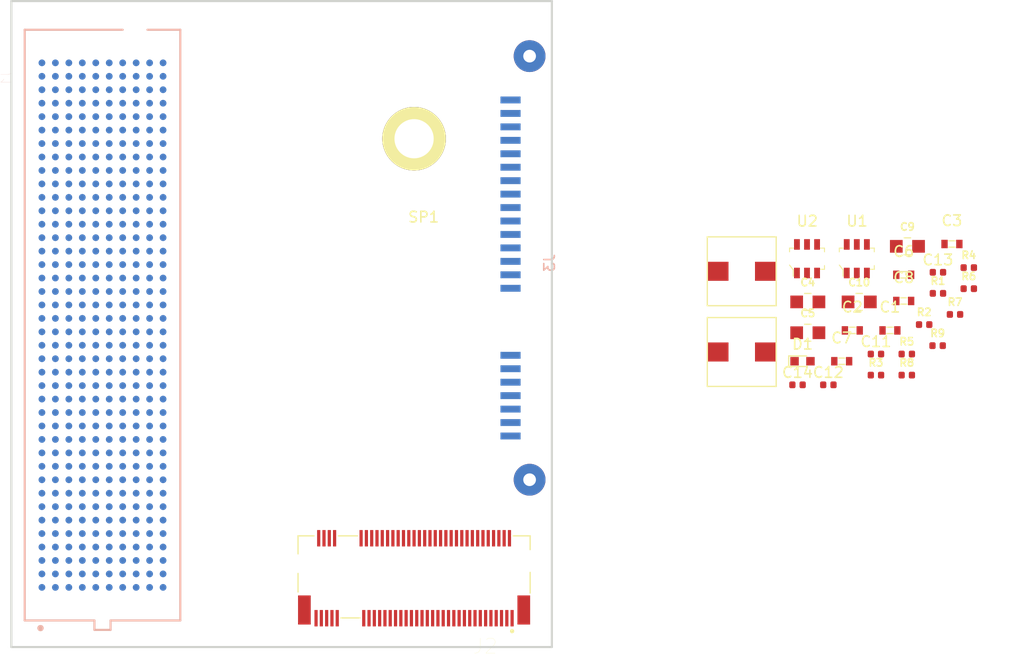
<source format=kicad_pcb>
(kicad_pcb (version 20171130) (host pcbnew 5.1.5+dfsg1-2~bpo10+1)
  (layers (0 F.Cu signal) (31 B.Cu signal) (34 B.Paste user) (35 F.Paste user) (36 B.SilkS user) (37 F.SilkS user) (38 B.Mask user) (39 F.Mask user) (44 Edge.Cuts user))
  (net 0 "")
  (net 1 +12V)
  (net 2 GND)
  (net 3 "Net-(C3-Pad1)")
  (net 4 "Net-(C3-Pad2)")
  (net 5 "Net-(C4-Pad1)")
  (net 6 "Net-(C8-Pad1)")
  (net 7 "Net-(C8-Pad2)")
  (net 8 "Net-(C10-Pad1)")
  (net 9 "Net-(C11-Pad2)")
  (net 10 SATA_A_P)
  (net 11 "Net-(C12-Pad2)")
  (net 12 SATA_B_N)
  (net 13 "Net-(C13-Pad2)")
  (net 14 SATA_A_N)
  (net 15 "Net-(C14-Pad2)")
  (net 16 SATA_B_P)
  (net 17 "Net-(D1-Pad2)")
  (net 18 "Net-(D1-Pad1)")
  (net 19 "Net-(J1-PadH40)")
  (net 20 "Net-(J1-PadG40)")
  (net 21 "Net-(J1-PadD40)")
  (net 22 "Net-(J1-PadG39)")
  (net 23 "Net-(J1-PadH38)")
  (net 24 "Net-(J1-PadD38)")
  (net 25 "Net-(J1-PadH37)")
  (net 26 "Net-(J1-PadG37)")
  (net 27 "Net-(J1-PadG36)")
  (net 28 "Net-(J1-PadD36)")
  (net 29 "Net-(J1-PadH35)")
  (net 30 "Net-(J1-PadH34)")
  (net 31 "Net-(J1-PadG34)")
  (net 32 "Net-(J1-PadD34)")
  (net 33 "Net-(J1-PadG33)")
  (net 34 "Net-(J1-PadD33)")
  (net 35 "Net-(J1-PadH32)")
  (net 36 "Net-(J1-PadD32)")
  (net 37 "Net-(J1-PadH31)")
  (net 38 "Net-(J1-PadG31)")
  (net 39 "Net-(J1-PadD31)")
  (net 40 "Net-(J1-PadC31)")
  (net 41 "Net-(J1-PadG30)")
  (net 42 "Net-(J1-PadD30)")
  (net 43 "Net-(J1-PadC30)")
  (net 44 "Net-(J1-PadH29)")
  (net 45 "Net-(J1-PadD29)")
  (net 46 "Net-(J1-PadH28)")
  (net 47 "Net-(J1-PadG28)")
  (net 48 "Net-(J1-PadG27)")
  (net 49 "Net-(J1-PadD27)")
  (net 50 "Net-(J1-PadC27)")
  (net 51 "Net-(J1-PadH26)")
  (net 52 "Net-(J1-PadD26)")
  (net 53 "Net-(J1-PadC26)")
  (net 54 "Net-(J1-PadH25)")
  (net 55 "Net-(J1-PadG25)")
  (net 56 "Net-(J1-PadG24)")
  (net 57 "Net-(J1-PadD24)")
  (net 58 "Net-(J1-PadH23)")
  (net 59 "Net-(J1-PadD23)")
  (net 60 "Net-(J1-PadC23)")
  (net 61 "Net-(J1-PadH22)")
  (net 62 "Net-(J1-PadG22)")
  (net 63 "Net-(J1-PadC22)")
  (net 64 "Net-(J1-PadG21)")
  (net 65 "Net-(J1-PadD21)")
  (net 66 "Net-(J1-PadH20)")
  (net 67 "Net-(J1-PadD20)")
  (net 68 "Net-(J1-PadH19)")
  (net 69 "Net-(J1-PadG19)")
  (net 70 "Net-(J1-PadC19)")
  (net 71 "Net-(J1-PadG18)")
  (net 72 "Net-(J1-PadD18)")
  (net 73 "Net-(J1-PadC18)")
  (net 74 "Net-(J1-PadH17)")
  (net 75 "Net-(J1-PadD17)")
  (net 76 "Net-(J1-PadH16)")
  (net 77 "Net-(J1-PadG16)")
  (net 78 "Net-(J1-PadG15)")
  (net 79 "Net-(J1-PadD15)")
  (net 80 "Net-(J1-PadC15)")
  (net 81 "Net-(J1-PadH14)")
  (net 82 "Net-(J1-PadD14)")
  (net 83 "Net-(J1-PadC14)")
  (net 84 "Net-(J1-PadH13)")
  (net 85 "Net-(J1-PadG13)")
  (net 86 "Net-(J1-PadG12)")
  (net 87 "Net-(J1-PadD12)")
  (net 88 "Net-(J1-PadH11)")
  (net 89 "Net-(J1-PadD11)")
  (net 90 "Net-(J1-PadC11)")
  (net 91 "Net-(J1-PadH10)")
  (net 92 "Net-(J1-PadG10)")
  (net 93 "Net-(J1-PadC10)")
  (net 94 "Net-(J1-PadG9)")
  (net 95 "Net-(J1-PadD9)")
  (net 96 "Net-(J1-PadH8)")
  (net 97 "Net-(J1-PadD8)")
  (net 98 "Net-(J1-PadH7)")
  (net 99 "Net-(J1-PadG7)")
  (net 100 "Net-(J1-PadG6)")
  (net 101 "Net-(J1-PadH5)")
  (net 102 SATA_CLK_N)
  (net 103 "Net-(J1-PadH4)")
  (net 104 SATA_CLK_P)
  (net 105 "Net-(J1-PadG3)")
  (net 106 "Net-(J1-PadH2)")
  (net 107 "Net-(J1-PadG2)")
  (net 108 "Net-(J1-PadH1)")
  (net 109 "Net-(J1-PadD1)")
  (net 110 "Net-(J2-Pad58)")
  (net 111 "Net-(J2-Pad56)")
  (net 112 "Net-(J2-Pad55)")
  (net 113 "Net-(J2-Pad54)")
  (net 114 "Net-(J2-Pad53)")
  (net 115 "Net-(J2-Pad52)")
  (net 116 "Net-(J2-Pad50)")
  (net 117 "Net-(J2-Pad48)")
  (net 118 "Net-(J2-Pad46)")
  (net 119 "Net-(J2-Pad44)")
  (net 120 "Net-(J2-Pad42)")
  (net 121 "Net-(J2-Pad40)")
  (net 122 "Net-(J2-Pad38)")
  (net 123 "Net-(J2-Pad37)")
  (net 124 "Net-(J2-Pad36)")
  (net 125 "Net-(J2-Pad35)")
  (net 126 "Net-(J2-Pad34)")
  (net 127 "Net-(J2-Pad32)")
  (net 128 "Net-(J2-Pad31)")
  (net 129 "Net-(J2-Pad30)")
  (net 130 "Net-(J2-Pad29)")
  (net 131 "Net-(J2-Pad28)")
  (net 132 "Net-(J2-Pad26)")
  (net 133 "Net-(J2-Pad25)")
  (net 134 "Net-(J2-Pad24)")
  (net 135 "Net-(J2-Pad23)")
  (net 136 "Net-(J2-Pad22)")
  (net 137 "Net-(J2-Pad20)")
  (net 138 "Net-(J2-Pad19)")
  (net 139 +3V3)
  (net 140 "Net-(J2-Pad17)")
  (net 141 "Net-(J2-Pad13)")
  (net 142 "Net-(J2-Pad69)")
  (net 143 "Net-(J2-Pad68)")
  (net 144 "Net-(J2-Pad67)")
  (net 145 "Net-(J2-Pad11)")
  (net 146 "Net-(J2-Pad8)")
  (net 147 "Net-(J2-Pad7)")
  (net 148 "Net-(J2-Pad5)")
  (net 149 "Net-(R1-Pad2)")
  (net 150 "Net-(R4-Pad2)")
  (net 151 +5V)
  (net 152 SATA_FLAG)
  (net 153 PWR_EN)
  (net 154 "Net-(J3-Pad13B)")
  (net 155 "Net-(J3-Pad11B)")
  (net 156 "Net-(J3-Pad7B)")
  (net 157 "Net-(J3-Pad1B)")
  (net 158 "Net-(J3-Pad6A)")
  (net 159 "Net-(J3-Pad5A)")
  (net 160 "Net-(J3-Pad3A)")
  (net 161 "Net-(J3-Pad2A)")
  (module antmicro-footprints:10034814-001LF (layer B.Cu) (at 120.9 72.2 270)
    (fp_text reference J3 (at -0.46 -1.88 270) (layer B.SilkS) (effects (justify mirror)))
    (fp_text value 10034814-001LF)
    (pad 15B smd rect (at -15.86 1.8 270) (size 0.65 1.9) (layers B.Cu B.Paste B.Mask) (net 154 "Net-(J3-Pad13B)"))
    (pad 14B smd rect (at -14.59 1.8 270) (size 0.65 1.9) (layers B.Cu B.Paste B.Mask) (net 154 "Net-(J3-Pad13B)"))
    (pad 13B smd rect (at -13.32 1.8 270) (size 0.65 1.9) (layers B.Cu B.Paste B.Mask) (net 154 "Net-(J3-Pad13B)"))
    (pad 12B smd rect (at -12.05 1.8 270) (size 0.65 1.9) (layers B.Cu B.Paste B.Mask) (net 2 GND))
    (pad 11B smd rect (at -10.78 1.8 270) (size 0.65 1.9) (layers B.Cu B.Paste B.Mask) (net 155 "Net-(J3-Pad11B)"))
    (pad 10B smd rect (at -9.51 1.8 270) (size 0.65 1.9) (layers B.Cu B.Paste B.Mask) (net 2 GND))
    (pad 9B smd rect (at -8.24 1.8 270) (size 0.65 1.9) (layers B.Cu B.Paste B.Mask) (net 156 "Net-(J3-Pad7B)"))
    (pad 8B smd rect (at -6.97 1.8 270) (size 0.65 1.9) (layers B.Cu B.Paste B.Mask) (net 156 "Net-(J3-Pad7B)"))
    (pad 7B smd rect (at -5.7 1.8 270) (size 0.65 1.9) (layers B.Cu B.Paste B.Mask) (net 156 "Net-(J3-Pad7B)"))
    (pad 6B smd rect (at -4.43 1.8 270) (size 0.65 1.9) (layers B.Cu B.Paste B.Mask) (net 2 GND))
    (pad 5B smd rect (at -3.16 1.8 270) (size 0.65 1.9) (layers B.Cu B.Paste B.Mask) (net 2 GND))
    (pad 4B smd rect (at -1.89 1.8 270) (size 0.65 1.9) (layers B.Cu B.Paste B.Mask) (net 2 GND))
    (pad 3B smd rect (at -0.62 1.8 270) (size 0.65 1.9) (layers B.Cu B.Paste B.Mask) (net 157 "Net-(J3-Pad1B)"))
    (pad 2B smd rect (at 0.65 1.8 270) (size 0.65 1.9) (layers B.Cu B.Paste B.Mask) (net 157 "Net-(J3-Pad1B)"))
    (pad 7A smd rect (at 8.25 1.8 270) (size 0.65 1.9) (layers B.Cu B.Paste B.Mask) (net 2 GND))
    (pad 6A smd rect (at 9.52 1.8 270) (size 0.65 1.9) (layers B.Cu B.Paste B.Mask) (net 158 "Net-(J3-Pad6A)"))
    (pad 5A smd rect (at 10.79 1.8 270) (size 0.65 1.9) (layers B.Cu B.Paste B.Mask) (net 159 "Net-(J3-Pad5A)"))
    (pad 4A smd rect (at 12.06 1.8 270) (size 0.65 1.9) (layers B.Cu B.Paste B.Mask) (net 2 GND))
    (pad 3A smd rect (at 13.33 1.8 270) (size 0.65 1.9) (layers B.Cu B.Paste B.Mask) (net 160 "Net-(J3-Pad3A)"))
    (pad 2A smd rect (at 14.6 1.8 270) (size 0.65 1.9) (layers B.Cu B.Paste B.Mask) (net 161 "Net-(J3-Pad2A)"))
    (pad 1A smd rect (at 15.87 1.8 270) (size 0.65 1.9) (layers B.Cu B.Paste B.Mask) (net 2 GND))
    (pad 1B smd rect (at 1.92 1.8 270) (size 0.65 1.9) (layers B.Cu B.Paste B.Mask) (net 157 "Net-(J3-Pad1B)"))
    (pad "" np_thru_hole circle (at 18.51 1.8 270) (size 0.9 0.9) (drill 0.9) (layers *.Cu *.Mask))
    (pad "" np_thru_hole circle (at -18.02 1.8 270) (size 0.9 0.9) (drill 0.9) (layers *.Cu *.Mask))
    (pad "" thru_hole circle (at -20 0 270) (size 3 3) (drill 1.2) (layers *.Cu *.Mask))
    (pad "" thru_hole circle (at 20 0 270) (size 3 3) (drill 1.2) (layers *.Cu *.Mask))
  )
  (module antmicro-footprints:SOT-23-6 (layer F.Cu) (at 147.075 71.33)
    (fp_text reference U2 (at 0.025 -3.55) (layer F.SilkS))
    (fp_text value TPS565208)
    (pad 6 smd rect (at -0.95 -1.35) (size 0.55 1) (layers F.Cu F.Paste F.Mask) (net 7 "Net-(C8-Pad2)"))
    (pad 5 smd rect (at 0 -1.35) (size 0.55 1) (layers F.Cu F.Paste F.Mask) (net 153 PWR_EN))
    (pad 4 smd rect (at 0.95 -1.35) (size 0.55 1) (layers F.Cu F.Paste F.Mask) (net 150 "Net-(R4-Pad2)"))
    (pad 1 smd rect (at -0.95 1.35) (size 0.55 1) (layers F.Cu F.Paste F.Mask) (net 2 GND))
    (pad 2 smd rect (at 0 1.35) (size 0.55 1) (layers F.Cu F.Paste F.Mask) (net 6 "Net-(C8-Pad1)"))
    (pad 3 smd rect (at 0.95 1.35) (size 0.55 1) (layers F.Cu F.Paste F.Mask) (net 1 +12V))
  )
  (module antmicro-footprints:SOT-23-6 (layer F.Cu) (at 151.775 71.33)
    (fp_text reference U1 (at 0.025 -3.55) (layer F.SilkS))
    (fp_text value TPS565208)
    (pad 6 smd rect (at -0.95 -1.35) (size 0.55 1) (layers F.Cu F.Paste F.Mask) (net 4 "Net-(C3-Pad2)"))
    (pad 5 smd rect (at 0 -1.35) (size 0.55 1) (layers F.Cu F.Paste F.Mask) (net 153 PWR_EN))
    (pad 4 smd rect (at 0.95 -1.35) (size 0.55 1) (layers F.Cu F.Paste F.Mask) (net 149 "Net-(R1-Pad2)"))
    (pad 1 smd rect (at -0.95 1.35) (size 0.55 1) (layers F.Cu F.Paste F.Mask) (net 2 GND))
    (pad 2 smd rect (at 0 1.35) (size 0.55 1) (layers F.Cu F.Paste F.Mask) (net 3 "Net-(C3-Pad1)"))
    (pad 3 smd rect (at 0.95 1.35) (size 0.55 1) (layers F.Cu F.Paste F.Mask) (net 1 +12V))
  )
  (module antmicro-footprints:0402-res (layer F.Cu) (at 159.4 79.54)
    (fp_text reference R9 (at 0 -1.17) (layer F.SilkS) (effects (font (size 0.7 0.7))))
    (fp_text value R_0R_0402)
    (pad 2 smd roundrect (at 0.485 0) (size 0.59 0.64) (layers F.Cu F.Paste F.Mask) (net 152 SATA_FLAG))
    (pad 1 smd roundrect (at -0.485 0) (size 0.59 0.64) (layers F.Cu F.Paste F.Mask) (net 142 "Net-(J2-Pad69)"))
  )
  (module antmicro-footprints:0402-res (layer F.Cu) (at 156.49 82.32)
    (fp_text reference R8 (at 0 -1.17) (layer F.SilkS) (effects (font (size 0.7 0.7))))
    (fp_text value R_10k_0402)
    (pad 2 smd roundrect (at 0.485 0) (size 0.59 0.64) (layers F.Cu F.Paste F.Mask) (net 142 "Net-(J2-Pad69)"))
    (pad 1 smd roundrect (at -0.485 0) (size 0.59 0.64) (layers F.Cu F.Paste F.Mask) (net 139 +3V3))
  )
  (module antmicro-footprints:0402-res (layer F.Cu) (at 161.04 76.59)
    (fp_text reference R7 (at 0 -1.17) (layer F.SilkS) (effects (font (size 0.7 0.7))))
    (fp_text value R_0R_0402)
    (pad 2 smd roundrect (at 0.485 0) (size 0.59 0.64) (layers F.Cu F.Paste F.Mask) (net 151 +5V))
    (pad 1 smd roundrect (at -0.485 0) (size 0.59 0.64) (layers F.Cu F.Paste F.Mask) (net 8 "Net-(C10-Pad1)"))
  )
  (module antmicro-footprints:0402-res (layer F.Cu) (at 162.34 74.16)
    (fp_text reference R6 (at 0 -1.17) (layer F.SilkS) (effects (font (size 0.7 0.7))))
    (fp_text value R_330R_0402)
    (pad 2 smd roundrect (at 0.485 0) (size 0.59 0.64) (layers F.Cu F.Paste F.Mask) (net 18 "Net-(D1-Pad1)"))
    (pad 1 smd roundrect (at -0.485 0) (size 0.59 0.64) (layers F.Cu F.Paste F.Mask) (net 139 +3V3))
  )
  (module antmicro-footprints:0402-res (layer F.Cu) (at 156.49 80.33)
    (fp_text reference R5 (at 0 -1.17) (layer F.SilkS) (effects (font (size 0.7 0.7))))
    (fp_text value R_10k_0402)
    (pad 2 smd roundrect (at 0.485 0) (size 0.59 0.64) (layers F.Cu F.Paste F.Mask) (net 2 GND))
    (pad 1 smd roundrect (at -0.485 0) (size 0.59 0.64) (layers F.Cu F.Paste F.Mask) (net 150 "Net-(R4-Pad2)"))
  )
  (module antmicro-footprints:0402-res (layer F.Cu) (at 162.34 72.17)
    (fp_text reference R4 (at 0 -1.17) (layer F.SilkS) (effects (font (size 0.7 0.7))))
    (fp_text value R_54k9_0402)
    (pad 2 smd roundrect (at 0.485 0) (size 0.59 0.64) (layers F.Cu F.Paste F.Mask) (net 150 "Net-(R4-Pad2)"))
    (pad 1 smd roundrect (at -0.485 0) (size 0.59 0.64) (layers F.Cu F.Paste F.Mask) (net 8 "Net-(C10-Pad1)"))
  )
  (module antmicro-footprints:0402-res (layer F.Cu) (at 153.58 82.32)
    (fp_text reference R3 (at 0 -1.17) (layer F.SilkS) (effects (font (size 0.7 0.7))))
    (fp_text value R_0R_0402)
    (pad 2 smd roundrect (at 0.485 0) (size 0.59 0.64) (layers F.Cu F.Paste F.Mask) (net 5 "Net-(C4-Pad1)"))
    (pad 1 smd roundrect (at -0.485 0) (size 0.59 0.64) (layers F.Cu F.Paste F.Mask) (net 139 +3V3))
  )
  (module antmicro-footprints:0402-res (layer F.Cu) (at 158.13 77.55)
    (fp_text reference R2 (at 0 -1.17) (layer F.SilkS) (effects (font (size 0.7 0.7))))
    (fp_text value R_10k_0402)
    (pad 2 smd roundrect (at 0.485 0) (size 0.59 0.64) (layers F.Cu F.Paste F.Mask) (net 2 GND))
    (pad 1 smd roundrect (at -0.485 0) (size 0.59 0.64) (layers F.Cu F.Paste F.Mask) (net 149 "Net-(R1-Pad2)"))
  )
  (module antmicro-footprints:0402-res (layer F.Cu) (at 159.43 74.6)
    (fp_text reference R1 (at 0 -1.17) (layer F.SilkS) (effects (font (size 0.7 0.7))))
    (fp_text value R_33k2_0402)
    (pad 2 smd roundrect (at 0.485 0) (size 0.59 0.64) (layers F.Cu F.Paste F.Mask) (net 149 "Net-(R1-Pad2)"))
    (pad 1 smd roundrect (at -0.485 0) (size 0.59 0.64) (layers F.Cu F.Paste F.Mask) (net 5 "Net-(C4-Pad1)"))
  )
  (module antmicro-footprints:WE_74437336033 (layer F.Cu) (at 140.9175 72.5175)
    (fp_text reference L2 hide)
    (fp_text value WE_74437336033 hide)
    (pad 1 smd rect (at -2.25 0 180) (size 2 1.8) (layers F.Cu F.Paste F.Mask) (net 6 "Net-(C8-Pad1)"))
    (pad 2 smd rect (at 2.25 0) (size 2 1.8) (layers F.Cu F.Paste F.Mask) (net 8 "Net-(C10-Pad1)"))
  )
  (module antmicro-footprints:WE_74437336022 (layer F.Cu) (at 140.9175 80.1375)
    (fp_text reference L1 hide)
    (fp_text value WE_74437336022 hide)
    (pad 1 smd rect (at -2.25 0 180) (size 2 1.8) (layers F.Cu F.Paste F.Mask) (net 3 "Net-(C3-Pad1)"))
    (pad 2 smd rect (at 2.25 0) (size 2 1.8) (layers F.Cu F.Paste F.Mask) (net 5 "Net-(C4-Pad1)"))
  )
  (module antmicro-footprints:LED_0603 (layer F.Cu) (at 146.65 81.01)
    (fp_text reference D1 (at 0 -1.61) (layer F.SilkS))
    (fp_text value KP-1608CGCK)
    (pad 2 smd rect (at 0.75 0) (size 0.8 0.8) (layers F.Cu F.Paste F.Mask) (net 17 "Net-(D1-Pad2)"))
    (pad 1 smd rect (at -0.75 0) (size 0.8 0.8) (layers F.Cu F.Paste F.Mask) (net 18 "Net-(D1-Pad1)"))
  )
  (module antmicro-footprints:0402-cap (layer F.Cu) (at 146.18 83.24)
    (fp_text reference C14 (at 0 -1.17) (layer F.SilkS))
    (fp_text value C_10n_0402)
    (pad 2 smd roundrect (at 0.485 0) (size 0.59 0.64) (layers F.Cu F.Paste F.Mask) (net 15 "Net-(C14-Pad2)"))
    (pad 1 smd roundrect (at -0.485 0) (size 0.59 0.64) (layers F.Cu F.Paste F.Mask) (net 16 SATA_B_P))
  )
  (module antmicro-footprints:0402-cap (layer F.Cu) (at 159.43 72.61)
    (fp_text reference C13 (at 0 -1.17) (layer F.SilkS))
    (fp_text value C_10n_0402)
    (pad 2 smd roundrect (at 0.485 0) (size 0.59 0.64) (layers F.Cu F.Paste F.Mask) (net 13 "Net-(C13-Pad2)"))
    (pad 1 smd roundrect (at -0.485 0) (size 0.59 0.64) (layers F.Cu F.Paste F.Mask) (net 14 SATA_A_N))
  )
  (module antmicro-footprints:0402-cap (layer F.Cu) (at 149.09 83.24)
    (fp_text reference C12 (at 0 -1.17) (layer F.SilkS))
    (fp_text value C_10n_0402)
    (pad 2 smd roundrect (at 0.485 0) (size 0.59 0.64) (layers F.Cu F.Paste F.Mask) (net 11 "Net-(C12-Pad2)"))
    (pad 1 smd roundrect (at -0.485 0) (size 0.59 0.64) (layers F.Cu F.Paste F.Mask) (net 12 SATA_B_N))
  )
  (module antmicro-footprints:0402-cap (layer F.Cu) (at 153.58 80.33)
    (fp_text reference C11 (at 0 -1.17) (layer F.SilkS))
    (fp_text value C_10n_0402)
    (pad 2 smd roundrect (at 0.485 0) (size 0.59 0.64) (layers F.Cu F.Paste F.Mask) (net 9 "Net-(C11-Pad2)"))
    (pad 1 smd roundrect (at -0.485 0) (size 0.59 0.64) (layers F.Cu F.Paste F.Mask) (net 10 SATA_A_P))
  )
  (module antmicro-footprints:0805-cap (layer F.Cu) (at 152 75.41)
    (fp_text reference C10 (at 0 -1.84) (layer F.SilkS) (effects (font (size 0.7 0.7))))
    (fp_text value C_22u_0805_10V)
    (pad 1 smd rect (at -1.05 0) (size 1.2 1.2) (layers F.Cu F.Paste F.Mask) (net 8 "Net-(C10-Pad1)"))
    (pad 2 smd rect (at 1.05 0) (size 1.2 1.2) (layers F.Cu F.Paste F.Mask) (net 2 GND))
  )
  (module antmicro-footprints:0805-cap (layer F.Cu) (at 156.55 70.16)
    (fp_text reference C9 (at 0 -1.84) (layer F.SilkS) (effects (font (size 0.7 0.7))))
    (fp_text value C_22u_0805_10V)
    (pad 1 smd rect (at -1.05 0) (size 1.2 1.2) (layers F.Cu F.Paste F.Mask) (net 8 "Net-(C10-Pad1)"))
    (pad 2 smd rect (at 1.05 0) (size 1.2 1.2) (layers F.Cu F.Paste F.Mask) (net 2 GND))
  )
  (module antmicro-footprints:0603-cap (layer F.Cu) (at 156.2 75.32)
    (fp_text reference C8 (at 0 -2.2) (layer F.SilkS))
    (fp_text value C_100n_0603)
    (pad 1 smd rect (at -0.7 0) (size 0.6 0.8) (layers F.Cu F.Paste F.Mask) (net 6 "Net-(C8-Pad1)"))
    (pad 2 smd rect (at 0.7 0) (size 0.6 0.8) (layers F.Cu F.Paste F.Mask) (net 7 "Net-(C8-Pad2)"))
  )
  (module antmicro-footprints:0603-cap (layer F.Cu) (at 150.35 81.01)
    (fp_text reference C7 (at 0 -2.2) (layer F.SilkS))
    (fp_text value C_10u_25V_0603)
    (pad 1 smd rect (at -0.7 0) (size 0.6 0.8) (layers F.Cu F.Paste F.Mask) (net 1 +12V))
    (pad 2 smd rect (at 0.7 0) (size 0.6 0.8) (layers F.Cu F.Paste F.Mask) (net 2 GND))
  )
  (module antmicro-footprints:0603-cap (layer F.Cu) (at 156.2 72.85)
    (fp_text reference C6 (at 0 -2.2) (layer F.SilkS))
    (fp_text value C_10u_25V_0603)
    (pad 1 smd rect (at -0.7 0) (size 0.6 0.8) (layers F.Cu F.Paste F.Mask) (net 1 +12V))
    (pad 2 smd rect (at 0.7 0) (size 0.6 0.8) (layers F.Cu F.Paste F.Mask) (net 2 GND))
  )
  (module antmicro-footprints:0805-cap (layer F.Cu) (at 147.15 78.32)
    (fp_text reference C5 (at 0 -1.84) (layer F.SilkS) (effects (font (size 0.7 0.7))))
    (fp_text value C_22u_0805_10V)
    (pad 1 smd rect (at -1.05 0) (size 1.2 1.2) (layers F.Cu F.Paste F.Mask) (net 5 "Net-(C4-Pad1)"))
    (pad 2 smd rect (at 1.05 0) (size 1.2 1.2) (layers F.Cu F.Paste F.Mask) (net 2 GND))
  )
  (module antmicro-footprints:0805-cap (layer F.Cu) (at 147.15 75.41)
    (fp_text reference C4 (at 0 -1.84) (layer F.SilkS) (effects (font (size 0.7 0.7))))
    (fp_text value C_22u_0805_10V)
    (pad 1 smd rect (at -1.05 0) (size 1.2 1.2) (layers F.Cu F.Paste F.Mask) (net 5 "Net-(C4-Pad1)"))
    (pad 2 smd rect (at 1.05 0) (size 1.2 1.2) (layers F.Cu F.Paste F.Mask) (net 2 GND))
  )
  (module antmicro-footprints:0603-cap (layer F.Cu) (at 160.75 69.94)
    (fp_text reference C3 (at 0 -2.2) (layer F.SilkS))
    (fp_text value C_100n_0603)
    (pad 1 smd rect (at -0.7 0) (size 0.6 0.8) (layers F.Cu F.Paste F.Mask) (net 3 "Net-(C3-Pad1)"))
    (pad 2 smd rect (at 0.7 0) (size 0.6 0.8) (layers F.Cu F.Paste F.Mask) (net 4 "Net-(C3-Pad2)"))
  )
  (module antmicro-footprints:0603-cap (layer F.Cu) (at 151.35 78.1)
    (fp_text reference C2 (at 0 -2.2) (layer F.SilkS))
    (fp_text value C_10u_25V_0603)
    (pad 1 smd rect (at -0.7 0) (size 0.6 0.8) (layers F.Cu F.Paste F.Mask) (net 1 +12V))
    (pad 2 smd rect (at 0.7 0) (size 0.6 0.8) (layers F.Cu F.Paste F.Mask) (net 2 GND))
  )
  (module antmicro-footprints:0603-cap (layer F.Cu) (at 154.9 78.1)
    (fp_text reference C1 (at 0 -2.2) (layer F.SilkS))
    (fp_text value C_10u_25V_0603)
    (pad 1 smd rect (at -0.7 0) (size 0.6 0.8) (layers F.Cu F.Paste F.Mask) (net 1 +12V))
    (pad 2 smd rect (at 0.7 0) (size 0.6 0.8) (layers F.Cu F.Paste F.Mask) (net 2 GND))
  )
  (module antmicro-footprints:9774025151 (layer F.Cu) (at 110.9 71.6)
    (fp_text reference SP1 (at 0 -4.2) (layer F.SilkS))
    (fp_text value 9774025151)
    (pad 1 thru_hole circle (at -0.9 -11.6) (size 6 6) (drill 3.7) (layers *.Cu F.SilkS F.Mask) (net 2 GND))
  )
  (module antmicro-footprints:1-2199230-6 (layer F.Cu) (at 110 100 180)
    (fp_text reference J2 (at -6.705175 -7.917465) (layer F.SilkS) (effects (font (size 1.405299 1.405299) (thickness 0.015))))
    (fp_text value 1-2199230-6)
    (pad 58 smd rect (at 5 2.275 180) (size 0.3 1.55) (layers F.Cu F.Paste F.Mask) (net 110 "Net-(J2-Pad58)"))
    (pad 57 smd rect (at 4.75 -5.275 180) (size 0.3 1.55) (layers F.Cu F.Paste F.Mask) (net 2 GND))
    (pad 56 smd rect (at 4.5 2.275 180) (size 0.3 1.55) (layers F.Cu F.Paste F.Mask) (net 111 "Net-(J2-Pad56)"))
    (pad 55 smd rect (at 4.25 -5.275 180) (size 0.3 1.55) (layers F.Cu F.Paste F.Mask) (net 112 "Net-(J2-Pad55)"))
    (pad 54 smd rect (at 4 2.275 180) (size 0.3 1.55) (layers F.Cu F.Paste F.Mask) (net 113 "Net-(J2-Pad54)"))
    (pad 53 smd rect (at 3.75 -5.275 180) (size 0.3 1.55) (layers F.Cu F.Paste F.Mask) (net 114 "Net-(J2-Pad53)"))
    (pad 52 smd rect (at 3.5 2.275 180) (size 0.3 1.55) (layers F.Cu F.Paste F.Mask) (net 115 "Net-(J2-Pad52)"))
    (pad 51 smd rect (at 3.25 -5.275 180) (size 0.3 1.55) (layers F.Cu F.Paste F.Mask) (net 2 GND))
    (pad 50 smd rect (at 3 2.275 180) (size 0.3 1.55) (layers F.Cu F.Paste F.Mask) (net 116 "Net-(J2-Pad50)"))
    (pad 49 smd rect (at 2.75 -5.275 180) (size 0.3 1.55) (layers F.Cu F.Paste F.Mask) (net 9 "Net-(C11-Pad2)"))
    (pad 48 smd rect (at 2.5 2.275 180) (size 0.3 1.55) (layers F.Cu F.Paste F.Mask) (net 117 "Net-(J2-Pad48)"))
    (pad 47 smd rect (at 2.25 -5.275 180) (size 0.3 1.55) (layers F.Cu F.Paste F.Mask) (net 13 "Net-(C13-Pad2)"))
    (pad 46 smd rect (at 2 2.275 180) (size 0.3 1.55) (layers F.Cu F.Paste F.Mask) (net 118 "Net-(J2-Pad46)"))
    (pad 45 smd rect (at 1.75 -5.275 180) (size 0.3 1.55) (layers F.Cu F.Paste F.Mask) (net 2 GND))
    (pad 44 smd rect (at 1.5 2.275 180) (size 0.3 1.55) (layers F.Cu F.Paste F.Mask) (net 119 "Net-(J2-Pad44)"))
    (pad 43 smd rect (at 1.25 -5.275 180) (size 0.3 1.55) (layers F.Cu F.Paste F.Mask) (net 11 "Net-(C12-Pad2)"))
    (pad 42 smd rect (at 1 2.275 180) (size 0.3 1.55) (layers F.Cu F.Paste F.Mask) (net 120 "Net-(J2-Pad42)"))
    (pad 41 smd rect (at 0.75 -5.275 180) (size 0.3 1.55) (layers F.Cu F.Paste F.Mask) (net 15 "Net-(C14-Pad2)"))
    (pad 40 smd rect (at 0.5 2.275 180) (size 0.3 1.55) (layers F.Cu F.Paste F.Mask) (net 121 "Net-(J2-Pad40)"))
    (pad 39 smd rect (at 0.25 -5.275 180) (size 0.3 1.55) (layers F.Cu F.Paste F.Mask) (net 2 GND))
    (pad 38 smd rect (at 0 2.275 180) (size 0.3 1.55) (layers F.Cu F.Paste F.Mask) (net 122 "Net-(J2-Pad38)"))
    (pad 37 smd rect (at -0.25 -5.275 180) (size 0.3 1.55) (layers F.Cu F.Paste F.Mask) (net 123 "Net-(J2-Pad37)"))
    (pad 36 smd rect (at -0.5 2.275 180) (size 0.3 1.55) (layers F.Cu F.Paste F.Mask) (net 124 "Net-(J2-Pad36)"))
    (pad 35 smd rect (at -0.75 -5.275 180) (size 0.3 1.55) (layers F.Cu F.Paste F.Mask) (net 125 "Net-(J2-Pad35)"))
    (pad 34 smd rect (at -1 2.275 180) (size 0.3 1.55) (layers F.Cu F.Paste F.Mask) (net 126 "Net-(J2-Pad34)"))
    (pad 33 smd rect (at -1.25 -5.275 180) (size 0.3 1.55) (layers F.Cu F.Paste F.Mask) (net 2 GND))
    (pad 32 smd rect (at -1.5 2.275 180) (size 0.3 1.55) (layers F.Cu F.Paste F.Mask) (net 127 "Net-(J2-Pad32)"))
    (pad 31 smd rect (at -1.75 -5.275 180) (size 0.3 1.55) (layers F.Cu F.Paste F.Mask) (net 128 "Net-(J2-Pad31)"))
    (pad 30 smd rect (at -2 2.275 180) (size 0.3 1.55) (layers F.Cu F.Paste F.Mask) (net 129 "Net-(J2-Pad30)"))
    (pad 29 smd rect (at -2.25 -5.275 180) (size 0.3 1.55) (layers F.Cu F.Paste F.Mask) (net 130 "Net-(J2-Pad29)"))
    (pad 28 smd rect (at -2.5 2.275 180) (size 0.3 1.55) (layers F.Cu F.Paste F.Mask) (net 131 "Net-(J2-Pad28)"))
    (pad 27 smd rect (at -2.75 -5.275 180) (size 0.3 1.55) (layers F.Cu F.Paste F.Mask) (net 2 GND))
    (pad 26 smd rect (at -3 2.275 180) (size 0.3 1.55) (layers F.Cu F.Paste F.Mask) (net 132 "Net-(J2-Pad26)"))
    (pad 25 smd rect (at -3.25 -5.275 180) (size 0.3 1.55) (layers F.Cu F.Paste F.Mask) (net 133 "Net-(J2-Pad25)"))
    (pad 24 smd rect (at -3.5 2.275 180) (size 0.3 1.55) (layers F.Cu F.Paste F.Mask) (net 134 "Net-(J2-Pad24)"))
    (pad 23 smd rect (at -3.75 -5.275 180) (size 0.3 1.55) (layers F.Cu F.Paste F.Mask) (net 135 "Net-(J2-Pad23)"))
    (pad 22 smd rect (at -4 2.275 180) (size 0.3 1.55) (layers F.Cu F.Paste F.Mask) (net 136 "Net-(J2-Pad22)"))
    (pad 21 smd rect (at -4.25 -5.275 180) (size 0.3 1.55) (layers F.Cu F.Paste F.Mask) (net 2 GND))
    (pad 20 smd rect (at -4.5 2.275 180) (size 0.3 1.55) (layers F.Cu F.Paste F.Mask) (net 137 "Net-(J2-Pad20)"))
    (pad 19 smd rect (at -4.75 -5.275 180) (size 0.3 1.55) (layers F.Cu F.Paste F.Mask) (net 138 "Net-(J2-Pad19)"))
    (pad 18 smd rect (at -5 2.275 180) (size 0.3 1.55) (layers F.Cu F.Paste F.Mask) (net 139 +3V3))
    (pad 17 smd rect (at -5.25 -5.275 180) (size 0.3 1.55) (layers F.Cu F.Paste F.Mask) (net 140 "Net-(J2-Pad17)"))
    (pad 16 smd rect (at -5.5 2.275 180) (size 0.3 1.55) (layers F.Cu F.Paste F.Mask) (net 139 +3V3))
    (pad 15 smd rect (at -5.75 -5.275 180) (size 0.3 1.55) (layers F.Cu F.Paste F.Mask) (net 2 GND))
    (pad 14 smd rect (at -6 2.275 180) (size 0.3 1.55) (layers F.Cu F.Paste F.Mask) (net 139 +3V3))
    (pad 13 smd rect (at -6.25 -5.275 180) (size 0.3 1.55) (layers F.Cu F.Paste F.Mask) (net 141 "Net-(J2-Pad13)"))
    (pad 12 smd rect (at -6.5 2.275 180) (size 0.3 1.55) (layers F.Cu F.Paste F.Mask) (net 139 +3V3))
    (pad SH2 smd rect (at 10.35 -4.5 180) (size 1.2 2.75) (layers F.Cu F.Paste F.Mask) (net 2 GND))
    (pad SH1 smd rect (at -10.35 -4.5 180) (size 1.2 2.75) (layers F.Cu F.Paste F.Mask) (net 2 GND))
    (pad 75 smd rect (at 9.25 -5.275 180) (size 0.3 1.55) (layers F.Cu F.Paste F.Mask) (net 2 GND))
    (pad 74 smd rect (at 9 2.275 180) (size 0.3 1.55) (layers F.Cu F.Paste F.Mask) (net 139 +3V3))
    (pad 73 smd rect (at 8.75 -5.275 180) (size 0.3 1.55) (layers F.Cu F.Paste F.Mask) (net 2 GND))
    (pad 72 smd rect (at 8.5 2.275 180) (size 0.3 1.55) (layers F.Cu F.Paste F.Mask) (net 139 +3V3))
    (pad 71 smd rect (at 8.25 -5.275 180) (size 0.3 1.55) (layers F.Cu F.Paste F.Mask) (net 2 GND))
    (pad 70 smd rect (at 8 2.275 180) (size 0.3 1.55) (layers F.Cu F.Paste F.Mask) (net 139 +3V3))
    (pad 69 smd rect (at 7.75 -5.275 180) (size 0.3 1.55) (layers F.Cu F.Paste F.Mask) (net 142 "Net-(J2-Pad69)"))
    (pad 68 smd rect (at 7.5 2.275 180) (size 0.3 1.55) (layers F.Cu F.Paste F.Mask) (net 143 "Net-(J2-Pad68)"))
    (pad 67 smd rect (at 7.25 -5.275 180) (size 0.3 1.55) (layers F.Cu F.Paste F.Mask) (net 144 "Net-(J2-Pad67)"))
    (pad 11 smd rect (at -6.75 -5.275 180) (size 0.3 1.55) (layers F.Cu F.Paste F.Mask) (net 145 "Net-(J2-Pad11)"))
    (pad 10 smd rect (at -7 2.275 180) (size 0.3 1.55) (layers F.Cu F.Paste F.Mask) (net 17 "Net-(D1-Pad2)"))
    (pad 9 smd rect (at -7.25 -5.275 180) (size 0.3 1.55) (layers F.Cu F.Paste F.Mask) (net 2 GND))
    (pad 8 smd rect (at -7.5 2.275 180) (size 0.3 1.55) (layers F.Cu F.Paste F.Mask) (net 146 "Net-(J2-Pad8)"))
    (pad 7 smd rect (at -7.75 -5.275 180) (size 0.3 1.55) (layers F.Cu F.Paste F.Mask) (net 147 "Net-(J2-Pad7)"))
    (pad 6 smd rect (at -8 2.275 180) (size 0.3 1.55) (layers F.Cu F.Paste F.Mask) (net 139 +3V3))
    (pad 5 smd rect (at -8.25 -5.275 180) (size 0.3 1.55) (layers F.Cu F.Paste F.Mask) (net 148 "Net-(J2-Pad5)"))
    (pad 4 smd rect (at -8.5 2.275 180) (size 0.3 1.55) (layers F.Cu F.Paste F.Mask) (net 139 +3V3))
    (pad 3 smd rect (at -8.75 -5.275 180) (size 0.3 1.55) (layers F.Cu F.Paste F.Mask) (net 2 GND))
    (pad 2 smd rect (at -9 2.275 180) (size 0.3 1.55) (layers F.Cu F.Paste F.Mask) (net 139 +3V3))
    (pad 1 smd rect (at -9.25 -5.275 180) (size 0.3 1.55) (layers F.Cu F.Paste F.Mask) (net 2 GND))
    (pad None np_thru_hole circle (at 10 0 180) (size 1.6 1.6) (drill 1.6) (layers *.Cu *.Mask))
    (pad None np_thru_hole circle (at -10 0 180) (size 1.1 1.1) (drill 1.1) (layers *.Cu *.Mask))
  )
  (module antmicro-footprints:ASP-134488-01 (layer B.Cu) (at 80.6 77.6 270)
    (fp_text reference J1 (at -23.33635 9.05879 90) (layer B.SilkS) (effects (font (size 1.00263 1.00263) (thickness 0.015)) (justify mirror)))
    (fp_text value ASP-134488-01)
    (pad K40 smd circle (at -24.765 -5.715 270) (size 0.64 0.64) (layers B.Cu B.Mask))
    (pad J40 smd circle (at -24.765 -4.445 270) (size 0.64 0.64) (layers B.Cu B.Mask))
    (pad H40 smd circle (at -24.765 -3.175 270) (size 0.64 0.64) (layers B.Cu B.Mask) (net 19 "Net-(J1-PadH40)"))
    (pad G40 smd circle (at -24.765 -1.905 270) (size 0.64 0.64) (layers B.Cu B.Mask) (net 20 "Net-(J1-PadG40)"))
    (pad F40 smd circle (at -24.765 -0.635 270) (size 0.64 0.64) (layers B.Cu B.Mask))
    (pad E40 smd circle (at -24.765 0.635 270) (size 0.64 0.64) (layers B.Cu B.Mask))
    (pad D40 smd circle (at -24.765 1.905 270) (size 0.64 0.64) (layers B.Cu B.Mask) (net 21 "Net-(J1-PadD40)"))
    (pad C40 smd circle (at -24.765 3.175 270) (size 0.64 0.64) (layers B.Cu B.Mask) (net 2 GND))
    (pad B40 smd circle (at -24.765 4.445 270) (size 0.64 0.64) (layers B.Cu B.Mask))
    (pad A40 smd circle (at -24.765 5.715 270) (size 0.64 0.64) (layers B.Cu B.Mask))
    (pad K39 smd circle (at -23.495 -5.715 270) (size 0.64 0.64) (layers B.Cu B.Mask))
    (pad J39 smd circle (at -23.495 -4.445 270) (size 0.64 0.64) (layers B.Cu B.Mask))
    (pad H39 smd circle (at -23.495 -3.175 270) (size 0.64 0.64) (layers B.Cu B.Mask) (net 2 GND))
    (pad G39 smd circle (at -23.495 -1.905 270) (size 0.64 0.64) (layers B.Cu B.Mask) (net 22 "Net-(J1-PadG39)"))
    (pad F39 smd circle (at -23.495 -0.635 270) (size 0.64 0.64) (layers B.Cu B.Mask))
    (pad E39 smd circle (at -23.495 0.635 270) (size 0.64 0.64) (layers B.Cu B.Mask))
    (pad D39 smd circle (at -23.495 1.905 270) (size 0.64 0.64) (layers B.Cu B.Mask) (net 2 GND))
    (pad C39 smd circle (at -23.495 3.175 270) (size 0.64 0.64) (layers B.Cu B.Mask) (net 1 +12V))
    (pad B39 smd circle (at -23.495 4.445 270) (size 0.64 0.64) (layers B.Cu B.Mask))
    (pad A39 smd circle (at -23.495 5.715 270) (size 0.64 0.64) (layers B.Cu B.Mask))
    (pad K38 smd circle (at -22.225 -5.715 270) (size 0.64 0.64) (layers B.Cu B.Mask))
    (pad J38 smd circle (at -22.225 -4.445 270) (size 0.64 0.64) (layers B.Cu B.Mask))
    (pad H38 smd circle (at -22.225 -3.175 270) (size 0.64 0.64) (layers B.Cu B.Mask) (net 23 "Net-(J1-PadH38)"))
    (pad G38 smd circle (at -22.225 -1.905 270) (size 0.64 0.64) (layers B.Cu B.Mask) (net 2 GND))
    (pad F38 smd circle (at -22.225 -0.635 270) (size 0.64 0.64) (layers B.Cu B.Mask))
    (pad E38 smd circle (at -22.225 0.635 270) (size 0.64 0.64) (layers B.Cu B.Mask))
    (pad D38 smd circle (at -22.225 1.905 270) (size 0.64 0.64) (layers B.Cu B.Mask) (net 24 "Net-(J1-PadD38)"))
    (pad C38 smd circle (at -22.225 3.175 270) (size 0.64 0.64) (layers B.Cu B.Mask) (net 2 GND))
    (pad B38 smd circle (at -22.225 4.445 270) (size 0.64 0.64) (layers B.Cu B.Mask))
    (pad A38 smd circle (at -22.225 5.715 270) (size 0.64 0.64) (layers B.Cu B.Mask))
    (pad K37 smd circle (at -20.955 -5.715 270) (size 0.64 0.64) (layers B.Cu B.Mask))
    (pad J37 smd circle (at -20.955 -4.445 270) (size 0.64 0.64) (layers B.Cu B.Mask))
    (pad H37 smd circle (at -20.955 -3.175 270) (size 0.64 0.64) (layers B.Cu B.Mask) (net 25 "Net-(J1-PadH37)"))
    (pad G37 smd circle (at -20.955 -1.905 270) (size 0.64 0.64) (layers B.Cu B.Mask) (net 26 "Net-(J1-PadG37)"))
    (pad F37 smd circle (at -20.955 -0.635 270) (size 0.64 0.64) (layers B.Cu B.Mask))
    (pad E37 smd circle (at -20.955 0.635 270) (size 0.64 0.64) (layers B.Cu B.Mask))
    (pad D37 smd circle (at -20.955 1.905 270) (size 0.64 0.64) (layers B.Cu B.Mask) (net 2 GND))
    (pad C37 smd circle (at -20.955 3.175 270) (size 0.64 0.64) (layers B.Cu B.Mask) (net 1 +12V))
    (pad B37 smd circle (at -20.955 4.445 270) (size 0.64 0.64) (layers B.Cu B.Mask))
    (pad A37 smd circle (at -20.955 5.715 270) (size 0.64 0.64) (layers B.Cu B.Mask))
    (pad K36 smd circle (at -19.685 -5.715 270) (size 0.64 0.64) (layers B.Cu B.Mask))
    (pad J36 smd circle (at -19.685 -4.445 270) (size 0.64 0.64) (layers B.Cu B.Mask))
    (pad H36 smd circle (at -19.685 -3.175 270) (size 0.64 0.64) (layers B.Cu B.Mask) (net 2 GND))
    (pad G36 smd circle (at -19.685 -1.905 270) (size 0.64 0.64) (layers B.Cu B.Mask) (net 27 "Net-(J1-PadG36)"))
    (pad F36 smd circle (at -19.685 -0.635 270) (size 0.64 0.64) (layers B.Cu B.Mask))
    (pad E36 smd circle (at -19.685 0.635 270) (size 0.64 0.64) (layers B.Cu B.Mask))
    (pad D36 smd circle (at -19.685 1.905 270) (size 0.64 0.64) (layers B.Cu B.Mask) (net 28 "Net-(J1-PadD36)"))
    (pad C36 smd circle (at -19.685 3.175 270) (size 0.64 0.64) (layers B.Cu B.Mask) (net 2 GND))
    (pad B36 smd circle (at -19.685 4.445 270) (size 0.64 0.64) (layers B.Cu B.Mask))
    (pad A36 smd circle (at -19.685 5.715 270) (size 0.64 0.64) (layers B.Cu B.Mask))
    (pad K35 smd circle (at -18.415 -5.715 270) (size 0.64 0.64) (layers B.Cu B.Mask))
    (pad J35 smd circle (at -18.415 -4.445 270) (size 0.64 0.64) (layers B.Cu B.Mask))
    (pad H35 smd circle (at -18.415 -3.175 270) (size 0.64 0.64) (layers B.Cu B.Mask) (net 29 "Net-(J1-PadH35)"))
    (pad G35 smd circle (at -18.415 -1.905 270) (size 0.64 0.64) (layers B.Cu B.Mask) (net 2 GND))
    (pad F35 smd circle (at -18.415 -0.635 270) (size 0.64 0.64) (layers B.Cu B.Mask))
    (pad E35 smd circle (at -18.415 0.635 270) (size 0.64 0.64) (layers B.Cu B.Mask))
    (pad D35 smd circle (at -18.415 1.905 270) (size 0.64 0.64) (layers B.Cu B.Mask) (net 2 GND))
    (pad C35 smd circle (at -18.415 3.175 270) (size 0.64 0.64) (layers B.Cu B.Mask) (net 1 +12V))
    (pad B35 smd circle (at -18.415 4.445 270) (size 0.64 0.64) (layers B.Cu B.Mask))
    (pad A35 smd circle (at -18.415 5.715 270) (size 0.64 0.64) (layers B.Cu B.Mask))
    (pad K34 smd circle (at -17.145 -5.715 270) (size 0.64 0.64) (layers B.Cu B.Mask))
    (pad J34 smd circle (at -17.145 -4.445 270) (size 0.64 0.64) (layers B.Cu B.Mask))
    (pad H34 smd circle (at -17.145 -3.175 270) (size 0.64 0.64) (layers B.Cu B.Mask) (net 30 "Net-(J1-PadH34)"))
    (pad G34 smd circle (at -17.145 -1.905 270) (size 0.64 0.64) (layers B.Cu B.Mask) (net 31 "Net-(J1-PadG34)"))
    (pad F34 smd circle (at -17.145 -0.635 270) (size 0.64 0.64) (layers B.Cu B.Mask))
    (pad E34 smd circle (at -17.145 0.635 270) (size 0.64 0.64) (layers B.Cu B.Mask))
    (pad D34 smd circle (at -17.145 1.905 270) (size 0.64 0.64) (layers B.Cu B.Mask) (net 32 "Net-(J1-PadD34)"))
    (pad C34 smd circle (at -17.145 3.175 270) (size 0.64 0.64) (layers B.Cu B.Mask) (net 2 GND))
    (pad B34 smd circle (at -17.145 4.445 270) (size 0.64 0.64) (layers B.Cu B.Mask))
    (pad A34 smd circle (at -17.145 5.715 270) (size 0.64 0.64) (layers B.Cu B.Mask))
    (pad K33 smd circle (at -15.875 -5.715 270) (size 0.64 0.64) (layers B.Cu B.Mask))
    (pad J33 smd circle (at -15.875 -4.445 270) (size 0.64 0.64) (layers B.Cu B.Mask))
    (pad H33 smd circle (at -15.875 -3.175 270) (size 0.64 0.64) (layers B.Cu B.Mask) (net 2 GND))
    (pad G33 smd circle (at -15.875 -1.905 270) (size 0.64 0.64) (layers B.Cu B.Mask) (net 33 "Net-(J1-PadG33)"))
    (pad F33 smd circle (at -15.875 -0.635 270) (size 0.64 0.64) (layers B.Cu B.Mask))
    (pad E33 smd circle (at -15.875 0.635 270) (size 0.64 0.64) (layers B.Cu B.Mask))
    (pad D33 smd circle (at -15.875 1.905 270) (size 0.64 0.64) (layers B.Cu B.Mask) (net 34 "Net-(J1-PadD33)"))
    (pad C33 smd circle (at -15.875 3.175 270) (size 0.64 0.64) (layers B.Cu B.Mask) (net 2 GND))
    (pad B33 smd circle (at -15.875 4.445 270) (size 0.64 0.64) (layers B.Cu B.Mask))
    (pad A33 smd circle (at -15.875 5.715 270) (size 0.64 0.64) (layers B.Cu B.Mask))
    (pad K32 smd circle (at -14.605 -5.715 270) (size 0.64 0.64) (layers B.Cu B.Mask))
    (pad J32 smd circle (at -14.605 -4.445 270) (size 0.64 0.64) (layers B.Cu B.Mask))
    (pad H32 smd circle (at -14.605 -3.175 270) (size 0.64 0.64) (layers B.Cu B.Mask) (net 35 "Net-(J1-PadH32)"))
    (pad G32 smd circle (at -14.605 -1.905 270) (size 0.64 0.64) (layers B.Cu B.Mask) (net 2 GND))
    (pad F32 smd circle (at -14.605 -0.635 270) (size 0.64 0.64) (layers B.Cu B.Mask))
    (pad E32 smd circle (at -14.605 0.635 270) (size 0.64 0.64) (layers B.Cu B.Mask))
    (pad D32 smd circle (at -14.605 1.905 270) (size 0.64 0.64) (layers B.Cu B.Mask) (net 36 "Net-(J1-PadD32)"))
    (pad C32 smd circle (at -14.605 3.175 270) (size 0.64 0.64) (layers B.Cu B.Mask) (net 2 GND))
    (pad B32 smd circle (at -14.605 4.445 270) (size 0.64 0.64) (layers B.Cu B.Mask))
    (pad A32 smd circle (at -14.605 5.715 270) (size 0.64 0.64) (layers B.Cu B.Mask))
    (pad K31 smd circle (at -13.335 -5.715 270) (size 0.64 0.64) (layers B.Cu B.Mask))
    (pad J31 smd circle (at -13.335 -4.445 270) (size 0.64 0.64) (layers B.Cu B.Mask))
    (pad H31 smd circle (at -13.335 -3.175 270) (size 0.64 0.64) (layers B.Cu B.Mask) (net 37 "Net-(J1-PadH31)"))
    (pad G31 smd circle (at -13.335 -1.905 270) (size 0.64 0.64) (layers B.Cu B.Mask) (net 38 "Net-(J1-PadG31)"))
    (pad F31 smd circle (at -13.335 -0.635 270) (size 0.64 0.64) (layers B.Cu B.Mask))
    (pad E31 smd circle (at -13.335 0.635 270) (size 0.64 0.64) (layers B.Cu B.Mask))
    (pad D31 smd circle (at -13.335 1.905 270) (size 0.64 0.64) (layers B.Cu B.Mask) (net 39 "Net-(J1-PadD31)"))
    (pad C31 smd circle (at -13.335 3.175 270) (size 0.64 0.64) (layers B.Cu B.Mask) (net 40 "Net-(J1-PadC31)"))
    (pad B31 smd circle (at -13.335 4.445 270) (size 0.64 0.64) (layers B.Cu B.Mask))
    (pad A31 smd circle (at -13.335 5.715 270) (size 0.64 0.64) (layers B.Cu B.Mask))
    (pad K30 smd circle (at -12.065 -5.715 270) (size 0.64 0.64) (layers B.Cu B.Mask))
    (pad J30 smd circle (at -12.065 -4.445 270) (size 0.64 0.64) (layers B.Cu B.Mask))
    (pad H30 smd circle (at -12.065 -3.175 270) (size 0.64 0.64) (layers B.Cu B.Mask) (net 2 GND))
    (pad G30 smd circle (at -12.065 -1.905 270) (size 0.64 0.64) (layers B.Cu B.Mask) (net 41 "Net-(J1-PadG30)"))
    (pad F30 smd circle (at -12.065 -0.635 270) (size 0.64 0.64) (layers B.Cu B.Mask))
    (pad E30 smd circle (at -12.065 0.635 270) (size 0.64 0.64) (layers B.Cu B.Mask))
    (pad D30 smd circle (at -12.065 1.905 270) (size 0.64 0.64) (layers B.Cu B.Mask) (net 42 "Net-(J1-PadD30)"))
    (pad C30 smd circle (at -12.065 3.175 270) (size 0.64 0.64) (layers B.Cu B.Mask) (net 43 "Net-(J1-PadC30)"))
    (pad B30 smd circle (at -12.065 4.445 270) (size 0.64 0.64) (layers B.Cu B.Mask))
    (pad A30 smd circle (at -12.065 5.715 270) (size 0.64 0.64) (layers B.Cu B.Mask))
    (pad K29 smd circle (at -10.795 -5.715 270) (size 0.64 0.64) (layers B.Cu B.Mask))
    (pad J29 smd circle (at -10.795 -4.445 270) (size 0.64 0.64) (layers B.Cu B.Mask))
    (pad H29 smd circle (at -10.795 -3.175 270) (size 0.64 0.64) (layers B.Cu B.Mask) (net 44 "Net-(J1-PadH29)"))
    (pad G29 smd circle (at -10.795 -1.905 270) (size 0.64 0.64) (layers B.Cu B.Mask) (net 2 GND))
    (pad F29 smd circle (at -10.795 -0.635 270) (size 0.64 0.64) (layers B.Cu B.Mask))
    (pad E29 smd circle (at -10.795 0.635 270) (size 0.64 0.64) (layers B.Cu B.Mask))
    (pad D29 smd circle (at -10.795 1.905 270) (size 0.64 0.64) (layers B.Cu B.Mask) (net 45 "Net-(J1-PadD29)"))
    (pad C29 smd circle (at -10.795 3.175 270) (size 0.64 0.64) (layers B.Cu B.Mask) (net 2 GND))
    (pad B29 smd circle (at -10.795 4.445 270) (size 0.64 0.64) (layers B.Cu B.Mask))
    (pad A29 smd circle (at -10.795 5.715 270) (size 0.64 0.64) (layers B.Cu B.Mask))
    (pad K28 smd circle (at -9.525 -5.715 270) (size 0.64 0.64) (layers B.Cu B.Mask))
    (pad J28 smd circle (at -9.525 -4.445 270) (size 0.64 0.64) (layers B.Cu B.Mask))
    (pad H28 smd circle (at -9.525 -3.175 270) (size 0.64 0.64) (layers B.Cu B.Mask) (net 46 "Net-(J1-PadH28)"))
    (pad G28 smd circle (at -9.525 -1.905 270) (size 0.64 0.64) (layers B.Cu B.Mask) (net 47 "Net-(J1-PadG28)"))
    (pad F28 smd circle (at -9.525 -0.635 270) (size 0.64 0.64) (layers B.Cu B.Mask))
    (pad E28 smd circle (at -9.525 0.635 270) (size 0.64 0.64) (layers B.Cu B.Mask))
    (pad D28 smd circle (at -9.525 1.905 270) (size 0.64 0.64) (layers B.Cu B.Mask) (net 2 GND))
    (pad C28 smd circle (at -9.525 3.175 270) (size 0.64 0.64) (layers B.Cu B.Mask) (net 2 GND))
    (pad B28 smd circle (at -9.525 4.445 270) (size 0.64 0.64) (layers B.Cu B.Mask))
    (pad A28 smd circle (at -9.525 5.715 270) (size 0.64 0.64) (layers B.Cu B.Mask))
    (pad K27 smd circle (at -8.255 -5.715 270) (size 0.64 0.64) (layers B.Cu B.Mask))
    (pad J27 smd circle (at -8.255 -4.445 270) (size 0.64 0.64) (layers B.Cu B.Mask))
    (pad H27 smd circle (at -8.255 -3.175 270) (size 0.64 0.64) (layers B.Cu B.Mask) (net 2 GND))
    (pad G27 smd circle (at -8.255 -1.905 270) (size 0.64 0.64) (layers B.Cu B.Mask) (net 48 "Net-(J1-PadG27)"))
    (pad F27 smd circle (at -8.255 -0.635 270) (size 0.64 0.64) (layers B.Cu B.Mask))
    (pad E27 smd circle (at -8.255 0.635 270) (size 0.64 0.64) (layers B.Cu B.Mask))
    (pad D27 smd circle (at -8.255 1.905 270) (size 0.64 0.64) (layers B.Cu B.Mask) (net 49 "Net-(J1-PadD27)"))
    (pad C27 smd circle (at -8.255 3.175 270) (size 0.64 0.64) (layers B.Cu B.Mask) (net 50 "Net-(J1-PadC27)"))
    (pad B27 smd circle (at -8.255 4.445 270) (size 0.64 0.64) (layers B.Cu B.Mask))
    (pad A27 smd circle (at -8.255 5.715 270) (size 0.64 0.64) (layers B.Cu B.Mask))
    (pad K26 smd circle (at -6.985 -5.715 270) (size 0.64 0.64) (layers B.Cu B.Mask))
    (pad J26 smd circle (at -6.985 -4.445 270) (size 0.64 0.64) (layers B.Cu B.Mask))
    (pad H26 smd circle (at -6.985 -3.175 270) (size 0.64 0.64) (layers B.Cu B.Mask) (net 51 "Net-(J1-PadH26)"))
    (pad G26 smd circle (at -6.985 -1.905 270) (size 0.64 0.64) (layers B.Cu B.Mask) (net 2 GND))
    (pad F26 smd circle (at -6.985 -0.635 270) (size 0.64 0.64) (layers B.Cu B.Mask))
    (pad E26 smd circle (at -6.985 0.635 270) (size 0.64 0.64) (layers B.Cu B.Mask))
    (pad D26 smd circle (at -6.985 1.905 270) (size 0.64 0.64) (layers B.Cu B.Mask) (net 52 "Net-(J1-PadD26)"))
    (pad C26 smd circle (at -6.985 3.175 270) (size 0.64 0.64) (layers B.Cu B.Mask) (net 53 "Net-(J1-PadC26)"))
    (pad B26 smd circle (at -6.985 4.445 270) (size 0.64 0.64) (layers B.Cu B.Mask))
    (pad A26 smd circle (at -6.985 5.715 270) (size 0.64 0.64) (layers B.Cu B.Mask))
    (pad K25 smd circle (at -5.715 -5.715 270) (size 0.64 0.64) (layers B.Cu B.Mask))
    (pad J25 smd circle (at -5.715 -4.445 270) (size 0.64 0.64) (layers B.Cu B.Mask))
    (pad H25 smd circle (at -5.715 -3.175 270) (size 0.64 0.64) (layers B.Cu B.Mask) (net 54 "Net-(J1-PadH25)"))
    (pad G25 smd circle (at -5.715 -1.905 270) (size 0.64 0.64) (layers B.Cu B.Mask) (net 55 "Net-(J1-PadG25)"))
    (pad F25 smd circle (at -5.715 -0.635 270) (size 0.64 0.64) (layers B.Cu B.Mask))
    (pad E25 smd circle (at -5.715 0.635 270) (size 0.64 0.64) (layers B.Cu B.Mask))
    (pad D25 smd circle (at -5.715 1.905 270) (size 0.64 0.64) (layers B.Cu B.Mask) (net 2 GND))
    (pad C25 smd circle (at -5.715 3.175 270) (size 0.64 0.64) (layers B.Cu B.Mask) (net 2 GND))
    (pad B25 smd circle (at -5.715 4.445 270) (size 0.64 0.64) (layers B.Cu B.Mask))
    (pad A25 smd circle (at -5.715 5.715 270) (size 0.64 0.64) (layers B.Cu B.Mask))
    (pad K24 smd circle (at -4.445 -5.715 270) (size 0.64 0.64) (layers B.Cu B.Mask))
    (pad J24 smd circle (at -4.445 -4.445 270) (size 0.64 0.64) (layers B.Cu B.Mask))
    (pad H24 smd circle (at -4.445 -3.175 270) (size 0.64 0.64) (layers B.Cu B.Mask) (net 2 GND))
    (pad G24 smd circle (at -4.445 -1.905 270) (size 0.64 0.64) (layers B.Cu B.Mask) (net 56 "Net-(J1-PadG24)"))
    (pad F24 smd circle (at -4.445 -0.635 270) (size 0.64 0.64) (layers B.Cu B.Mask))
    (pad E24 smd circle (at -4.445 0.635 270) (size 0.64 0.64) (layers B.Cu B.Mask))
    (pad D24 smd circle (at -4.445 1.905 270) (size 0.64 0.64) (layers B.Cu B.Mask) (net 57 "Net-(J1-PadD24)"))
    (pad C24 smd circle (at -4.445 3.175 270) (size 0.64 0.64) (layers B.Cu B.Mask) (net 2 GND))
    (pad B24 smd circle (at -4.445 4.445 270) (size 0.64 0.64) (layers B.Cu B.Mask))
    (pad A24 smd circle (at -4.445 5.715 270) (size 0.64 0.64) (layers B.Cu B.Mask))
    (pad K23 smd circle (at -3.175 -5.715 270) (size 0.64 0.64) (layers B.Cu B.Mask))
    (pad J23 smd circle (at -3.175 -4.445 270) (size 0.64 0.64) (layers B.Cu B.Mask))
    (pad H23 smd circle (at -3.175 -3.175 270) (size 0.64 0.64) (layers B.Cu B.Mask) (net 58 "Net-(J1-PadH23)"))
    (pad G23 smd circle (at -3.175 -1.905 270) (size 0.64 0.64) (layers B.Cu B.Mask) (net 2 GND))
    (pad F23 smd circle (at -3.175 -0.635 270) (size 0.64 0.64) (layers B.Cu B.Mask))
    (pad E23 smd circle (at -3.175 0.635 270) (size 0.64 0.64) (layers B.Cu B.Mask))
    (pad D23 smd circle (at -3.175 1.905 270) (size 0.64 0.64) (layers B.Cu B.Mask) (net 59 "Net-(J1-PadD23)"))
    (pad C23 smd circle (at -3.175 3.175 270) (size 0.64 0.64) (layers B.Cu B.Mask) (net 60 "Net-(J1-PadC23)"))
    (pad B23 smd circle (at -3.175 4.445 270) (size 0.64 0.64) (layers B.Cu B.Mask))
    (pad A23 smd circle (at -3.175 5.715 270) (size 0.64 0.64) (layers B.Cu B.Mask))
    (pad K22 smd circle (at -1.905 -5.715 270) (size 0.64 0.64) (layers B.Cu B.Mask))
    (pad J22 smd circle (at -1.905 -4.445 270) (size 0.64 0.64) (layers B.Cu B.Mask))
    (pad H22 smd circle (at -1.905 -3.175 270) (size 0.64 0.64) (layers B.Cu B.Mask) (net 61 "Net-(J1-PadH22)"))
    (pad G22 smd circle (at -1.905 -1.905 270) (size 0.64 0.64) (layers B.Cu B.Mask) (net 62 "Net-(J1-PadG22)"))
    (pad F22 smd circle (at -1.905 -0.635 270) (size 0.64 0.64) (layers B.Cu B.Mask))
    (pad E22 smd circle (at -1.905 0.635 270) (size 0.64 0.64) (layers B.Cu B.Mask))
    (pad D22 smd circle (at -1.905 1.905 270) (size 0.64 0.64) (layers B.Cu B.Mask) (net 2 GND))
    (pad C22 smd circle (at -1.905 3.175 270) (size 0.64 0.64) (layers B.Cu B.Mask) (net 63 "Net-(J1-PadC22)"))
    (pad B22 smd circle (at -1.905 4.445 270) (size 0.64 0.64) (layers B.Cu B.Mask))
    (pad A22 smd circle (at -1.905 5.715 270) (size 0.64 0.64) (layers B.Cu B.Mask))
    (pad K21 smd circle (at -0.635 -5.715 270) (size 0.64 0.64) (layers B.Cu B.Mask))
    (pad J21 smd circle (at -0.635 -4.445 270) (size 0.64 0.64) (layers B.Cu B.Mask))
    (pad H21 smd circle (at -0.635 -3.175 270) (size 0.64 0.64) (layers B.Cu B.Mask) (net 2 GND))
    (pad G21 smd circle (at -0.635 -1.905 270) (size 0.64 0.64) (layers B.Cu B.Mask) (net 64 "Net-(J1-PadG21)"))
    (pad F21 smd circle (at -0.635 -0.635 270) (size 0.64 0.64) (layers B.Cu B.Mask))
    (pad E21 smd circle (at -0.635 0.635 270) (size 0.64 0.64) (layers B.Cu B.Mask))
    (pad D21 smd circle (at -0.635 1.905 270) (size 0.64 0.64) (layers B.Cu B.Mask) (net 65 "Net-(J1-PadD21)"))
    (pad C21 smd circle (at -0.635 3.175 270) (size 0.64 0.64) (layers B.Cu B.Mask) (net 2 GND))
    (pad B21 smd circle (at -0.635 4.445 270) (size 0.64 0.64) (layers B.Cu B.Mask))
    (pad A21 smd circle (at -0.635 5.715 270) (size 0.64 0.64) (layers B.Cu B.Mask))
    (pad K20 smd circle (at 0.635 -5.715 270) (size 0.64 0.64) (layers B.Cu B.Mask))
    (pad J20 smd circle (at 0.635 -4.445 270) (size 0.64 0.64) (layers B.Cu B.Mask))
    (pad H20 smd circle (at 0.635 -3.175 270) (size 0.64 0.64) (layers B.Cu B.Mask) (net 66 "Net-(J1-PadH20)"))
    (pad G20 smd circle (at 0.635 -1.905 270) (size 0.64 0.64) (layers B.Cu B.Mask) (net 2 GND))
    (pad F20 smd circle (at 0.635 -0.635 270) (size 0.64 0.64) (layers B.Cu B.Mask))
    (pad E20 smd circle (at 0.635 0.635 270) (size 0.64 0.64) (layers B.Cu B.Mask))
    (pad D20 smd circle (at 0.635 1.905 270) (size 0.64 0.64) (layers B.Cu B.Mask) (net 67 "Net-(J1-PadD20)"))
    (pad C20 smd circle (at 0.635 3.175 270) (size 0.64 0.64) (layers B.Cu B.Mask) (net 2 GND))
    (pad B20 smd circle (at 0.635 4.445 270) (size 0.64 0.64) (layers B.Cu B.Mask))
    (pad A20 smd circle (at 0.635 5.715 270) (size 0.64 0.64) (layers B.Cu B.Mask))
    (pad K19 smd circle (at 1.905 -5.715 270) (size 0.64 0.64) (layers B.Cu B.Mask))
    (pad J19 smd circle (at 1.905 -4.445 270) (size 0.64 0.64) (layers B.Cu B.Mask))
    (pad H19 smd circle (at 1.905 -3.175 270) (size 0.64 0.64) (layers B.Cu B.Mask) (net 68 "Net-(J1-PadH19)"))
    (pad G19 smd circle (at 1.905 -1.905 270) (size 0.64 0.64) (layers B.Cu B.Mask) (net 69 "Net-(J1-PadG19)"))
    (pad F19 smd circle (at 1.905 -0.635 270) (size 0.64 0.64) (layers B.Cu B.Mask))
    (pad E19 smd circle (at 1.905 0.635 270) (size 0.64 0.64) (layers B.Cu B.Mask))
    (pad D19 smd circle (at 1.905 1.905 270) (size 0.64 0.64) (layers B.Cu B.Mask) (net 2 GND))
    (pad C19 smd circle (at 1.905 3.175 270) (size 0.64 0.64) (layers B.Cu B.Mask) (net 70 "Net-(J1-PadC19)"))
    (pad B19 smd circle (at 1.905 4.445 270) (size 0.64 0.64) (layers B.Cu B.Mask))
    (pad A19 smd circle (at 1.905 5.715 270) (size 0.64 0.64) (layers B.Cu B.Mask))
    (pad K18 smd circle (at 3.175 -5.715 270) (size 0.64 0.64) (layers B.Cu B.Mask))
    (pad J18 smd circle (at 3.175 -4.445 270) (size 0.64 0.64) (layers B.Cu B.Mask))
    (pad H18 smd circle (at 3.175 -3.175 270) (size 0.64 0.64) (layers B.Cu B.Mask) (net 2 GND))
    (pad G18 smd circle (at 3.175 -1.905 270) (size 0.64 0.64) (layers B.Cu B.Mask) (net 71 "Net-(J1-PadG18)"))
    (pad F18 smd circle (at 3.175 -0.635 270) (size 0.64 0.64) (layers B.Cu B.Mask))
    (pad E18 smd circle (at 3.175 0.635 270) (size 0.64 0.64) (layers B.Cu B.Mask))
    (pad D18 smd circle (at 3.175 1.905 270) (size 0.64 0.64) (layers B.Cu B.Mask) (net 72 "Net-(J1-PadD18)"))
    (pad C18 smd circle (at 3.175 3.175 270) (size 0.64 0.64) (layers B.Cu B.Mask) (net 73 "Net-(J1-PadC18)"))
    (pad B18 smd circle (at 3.175 4.445 270) (size 0.64 0.64) (layers B.Cu B.Mask))
    (pad A18 smd circle (at 3.175 5.715 270) (size 0.64 0.64) (layers B.Cu B.Mask))
    (pad K17 smd circle (at 4.445 -5.715 270) (size 0.64 0.64) (layers B.Cu B.Mask))
    (pad J17 smd circle (at 4.445 -4.445 270) (size 0.64 0.64) (layers B.Cu B.Mask))
    (pad H17 smd circle (at 4.445 -3.175 270) (size 0.64 0.64) (layers B.Cu B.Mask) (net 74 "Net-(J1-PadH17)"))
    (pad G17 smd circle (at 4.445 -1.905 270) (size 0.64 0.64) (layers B.Cu B.Mask) (net 2 GND))
    (pad F17 smd circle (at 4.445 -0.635 270) (size 0.64 0.64) (layers B.Cu B.Mask))
    (pad E17 smd circle (at 4.445 0.635 270) (size 0.64 0.64) (layers B.Cu B.Mask))
    (pad D17 smd circle (at 4.445 1.905 270) (size 0.64 0.64) (layers B.Cu B.Mask) (net 75 "Net-(J1-PadD17)"))
    (pad C17 smd circle (at 4.445 3.175 270) (size 0.64 0.64) (layers B.Cu B.Mask) (net 2 GND))
    (pad B17 smd circle (at 4.445 4.445 270) (size 0.64 0.64) (layers B.Cu B.Mask))
    (pad A17 smd circle (at 4.445 5.715 270) (size 0.64 0.64) (layers B.Cu B.Mask))
    (pad K16 smd circle (at 5.715 -5.715 270) (size 0.64 0.64) (layers B.Cu B.Mask))
    (pad J16 smd circle (at 5.715 -4.445 270) (size 0.64 0.64) (layers B.Cu B.Mask))
    (pad H16 smd circle (at 5.715 -3.175 270) (size 0.64 0.64) (layers B.Cu B.Mask) (net 76 "Net-(J1-PadH16)"))
    (pad G16 smd circle (at 5.715 -1.905 270) (size 0.64 0.64) (layers B.Cu B.Mask) (net 77 "Net-(J1-PadG16)"))
    (pad F16 smd circle (at 5.715 -0.635 270) (size 0.64 0.64) (layers B.Cu B.Mask))
    (pad E16 smd circle (at 5.715 0.635 270) (size 0.64 0.64) (layers B.Cu B.Mask))
    (pad D16 smd circle (at 5.715 1.905 270) (size 0.64 0.64) (layers B.Cu B.Mask) (net 2 GND))
    (pad C16 smd circle (at 5.715 3.175 270) (size 0.64 0.64) (layers B.Cu B.Mask) (net 2 GND))
    (pad B16 smd circle (at 5.715 4.445 270) (size 0.64 0.64) (layers B.Cu B.Mask))
    (pad A16 smd circle (at 5.715 5.715 270) (size 0.64 0.64) (layers B.Cu B.Mask))
    (pad K15 smd circle (at 6.985 -5.715 270) (size 0.64 0.64) (layers B.Cu B.Mask))
    (pad J15 smd circle (at 6.985 -4.445 270) (size 0.64 0.64) (layers B.Cu B.Mask))
    (pad H15 smd circle (at 6.985 -3.175 270) (size 0.64 0.64) (layers B.Cu B.Mask) (net 2 GND))
    (pad G15 smd circle (at 6.985 -1.905 270) (size 0.64 0.64) (layers B.Cu B.Mask) (net 78 "Net-(J1-PadG15)"))
    (pad F15 smd circle (at 6.985 -0.635 270) (size 0.64 0.64) (layers B.Cu B.Mask))
    (pad E15 smd circle (at 6.985 0.635 270) (size 0.64 0.64) (layers B.Cu B.Mask))
    (pad D15 smd circle (at 6.985 1.905 270) (size 0.64 0.64) (layers B.Cu B.Mask) (net 79 "Net-(J1-PadD15)"))
    (pad C15 smd circle (at 6.985 3.175 270) (size 0.64 0.64) (layers B.Cu B.Mask) (net 80 "Net-(J1-PadC15)"))
    (pad B15 smd circle (at 6.985 4.445 270) (size 0.64 0.64) (layers B.Cu B.Mask))
    (pad A15 smd circle (at 6.985 5.715 270) (size 0.64 0.64) (layers B.Cu B.Mask))
    (pad K14 smd circle (at 8.255 -5.715 270) (size 0.64 0.64) (layers B.Cu B.Mask))
    (pad J14 smd circle (at 8.255 -4.445 270) (size 0.64 0.64) (layers B.Cu B.Mask))
    (pad H14 smd circle (at 8.255 -3.175 270) (size 0.64 0.64) (layers B.Cu B.Mask) (net 81 "Net-(J1-PadH14)"))
    (pad G14 smd circle (at 8.255 -1.905 270) (size 0.64 0.64) (layers B.Cu B.Mask) (net 2 GND))
    (pad F14 smd circle (at 8.255 -0.635 270) (size 0.64 0.64) (layers B.Cu B.Mask))
    (pad E14 smd circle (at 8.255 0.635 270) (size 0.64 0.64) (layers B.Cu B.Mask))
    (pad D14 smd circle (at 8.255 1.905 270) (size 0.64 0.64) (layers B.Cu B.Mask) (net 82 "Net-(J1-PadD14)"))
    (pad C14 smd circle (at 8.255 3.175 270) (size 0.64 0.64) (layers B.Cu B.Mask) (net 83 "Net-(J1-PadC14)"))
    (pad B14 smd circle (at 8.255 4.445 270) (size 0.64 0.64) (layers B.Cu B.Mask))
    (pad A14 smd circle (at 8.255 5.715 270) (size 0.64 0.64) (layers B.Cu B.Mask))
    (pad K13 smd circle (at 9.525 -5.715 270) (size 0.64 0.64) (layers B.Cu B.Mask))
    (pad J13 smd circle (at 9.525 -4.445 270) (size 0.64 0.64) (layers B.Cu B.Mask))
    (pad H13 smd circle (at 9.525 -3.175 270) (size 0.64 0.64) (layers B.Cu B.Mask) (net 84 "Net-(J1-PadH13)"))
    (pad G13 smd circle (at 9.525 -1.905 270) (size 0.64 0.64) (layers B.Cu B.Mask) (net 85 "Net-(J1-PadG13)"))
    (pad F13 smd circle (at 9.525 -0.635 270) (size 0.64 0.64) (layers B.Cu B.Mask))
    (pad E13 smd circle (at 9.525 0.635 270) (size 0.64 0.64) (layers B.Cu B.Mask))
    (pad D13 smd circle (at 9.525 1.905 270) (size 0.64 0.64) (layers B.Cu B.Mask) (net 2 GND))
    (pad C13 smd circle (at 9.525 3.175 270) (size 0.64 0.64) (layers B.Cu B.Mask) (net 2 GND))
    (pad B13 smd circle (at 9.525 4.445 270) (size 0.64 0.64) (layers B.Cu B.Mask))
    (pad A13 smd circle (at 9.525 5.715 270) (size 0.64 0.64) (layers B.Cu B.Mask))
    (pad K12 smd circle (at 10.795 -5.715 270) (size 0.64 0.64) (layers B.Cu B.Mask))
    (pad J12 smd circle (at 10.795 -4.445 270) (size 0.64 0.64) (layers B.Cu B.Mask))
    (pad H12 smd circle (at 10.795 -3.175 270) (size 0.64 0.64) (layers B.Cu B.Mask) (net 2 GND))
    (pad G12 smd circle (at 10.795 -1.905 270) (size 0.64 0.64) (layers B.Cu B.Mask) (net 86 "Net-(J1-PadG12)"))
    (pad F12 smd circle (at 10.795 -0.635 270) (size 0.64 0.64) (layers B.Cu B.Mask))
    (pad E12 smd circle (at 10.795 0.635 270) (size 0.64 0.64) (layers B.Cu B.Mask))
    (pad D12 smd circle (at 10.795 1.905 270) (size 0.64 0.64) (layers B.Cu B.Mask) (net 87 "Net-(J1-PadD12)"))
    (pad C12 smd circle (at 10.795 3.175 270) (size 0.64 0.64) (layers B.Cu B.Mask) (net 2 GND))
    (pad B12 smd circle (at 10.795 4.445 270) (size 0.64 0.64) (layers B.Cu B.Mask))
    (pad A12 smd circle (at 10.795 5.715 270) (size 0.64 0.64) (layers B.Cu B.Mask))
    (pad K11 smd circle (at 12.065 -5.715 270) (size 0.64 0.64) (layers B.Cu B.Mask))
    (pad J11 smd circle (at 12.065 -4.445 270) (size 0.64 0.64) (layers B.Cu B.Mask))
    (pad H11 smd circle (at 12.065 -3.175 270) (size 0.64 0.64) (layers B.Cu B.Mask) (net 88 "Net-(J1-PadH11)"))
    (pad G11 smd circle (at 12.065 -1.905 270) (size 0.64 0.64) (layers B.Cu B.Mask) (net 2 GND))
    (pad F11 smd circle (at 12.065 -0.635 270) (size 0.64 0.64) (layers B.Cu B.Mask))
    (pad E11 smd circle (at 12.065 0.635 270) (size 0.64 0.64) (layers B.Cu B.Mask))
    (pad D11 smd circle (at 12.065 1.905 270) (size 0.64 0.64) (layers B.Cu B.Mask) (net 89 "Net-(J1-PadD11)"))
    (pad C11 smd circle (at 12.065 3.175 270) (size 0.64 0.64) (layers B.Cu B.Mask) (net 90 "Net-(J1-PadC11)"))
    (pad B11 smd circle (at 12.065 4.445 270) (size 0.64 0.64) (layers B.Cu B.Mask))
    (pad A11 smd circle (at 12.065 5.715 270) (size 0.64 0.64) (layers B.Cu B.Mask))
    (pad K10 smd circle (at 13.335 -5.715 270) (size 0.64 0.64) (layers B.Cu B.Mask))
    (pad J10 smd circle (at 13.335 -4.445 270) (size 0.64 0.64) (layers B.Cu B.Mask))
    (pad H10 smd circle (at 13.335 -3.175 270) (size 0.64 0.64) (layers B.Cu B.Mask) (net 91 "Net-(J1-PadH10)"))
    (pad G10 smd circle (at 13.335 -1.905 270) (size 0.64 0.64) (layers B.Cu B.Mask) (net 92 "Net-(J1-PadG10)"))
    (pad F10 smd circle (at 13.335 -0.635 270) (size 0.64 0.64) (layers B.Cu B.Mask))
    (pad E10 smd circle (at 13.335 0.635 270) (size 0.64 0.64) (layers B.Cu B.Mask))
    (pad D10 smd circle (at 13.335 1.905 270) (size 0.64 0.64) (layers B.Cu B.Mask) (net 2 GND))
    (pad C10 smd circle (at 13.335 3.175 270) (size 0.64 0.64) (layers B.Cu B.Mask) (net 93 "Net-(J1-PadC10)"))
    (pad B10 smd circle (at 13.335 4.445 270) (size 0.64 0.64) (layers B.Cu B.Mask))
    (pad A10 smd circle (at 13.335 5.715 270) (size 0.64 0.64) (layers B.Cu B.Mask))
    (pad K9 smd circle (at 14.605 -5.715 270) (size 0.64 0.64) (layers B.Cu B.Mask))
    (pad J9 smd circle (at 14.605 -4.445 270) (size 0.64 0.64) (layers B.Cu B.Mask))
    (pad H9 smd circle (at 14.605 -3.175 270) (size 0.64 0.64) (layers B.Cu B.Mask) (net 2 GND))
    (pad G9 smd circle (at 14.605 -1.905 270) (size 0.64 0.64) (layers B.Cu B.Mask) (net 94 "Net-(J1-PadG9)"))
    (pad F9 smd circle (at 14.605 -0.635 270) (size 0.64 0.64) (layers B.Cu B.Mask))
    (pad E9 smd circle (at 14.605 0.635 270) (size 0.64 0.64) (layers B.Cu B.Mask))
    (pad D9 smd circle (at 14.605 1.905 270) (size 0.64 0.64) (layers B.Cu B.Mask) (net 95 "Net-(J1-PadD9)"))
    (pad C9 smd circle (at 14.605 3.175 270) (size 0.64 0.64) (layers B.Cu B.Mask) (net 2 GND))
    (pad B9 smd circle (at 14.605 4.445 270) (size 0.64 0.64) (layers B.Cu B.Mask))
    (pad A9 smd circle (at 14.605 5.715 270) (size 0.64 0.64) (layers B.Cu B.Mask))
    (pad K8 smd circle (at 15.875 -5.715 270) (size 0.64 0.64) (layers B.Cu B.Mask))
    (pad J8 smd circle (at 15.875 -4.445 270) (size 0.64 0.64) (layers B.Cu B.Mask))
    (pad H8 smd circle (at 15.875 -3.175 270) (size 0.64 0.64) (layers B.Cu B.Mask) (net 96 "Net-(J1-PadH8)"))
    (pad G8 smd circle (at 15.875 -1.905 270) (size 0.64 0.64) (layers B.Cu B.Mask) (net 2 GND))
    (pad F8 smd circle (at 15.875 -0.635 270) (size 0.64 0.64) (layers B.Cu B.Mask))
    (pad E8 smd circle (at 15.875 0.635 270) (size 0.64 0.64) (layers B.Cu B.Mask))
    (pad D8 smd circle (at 15.875 1.905 270) (size 0.64 0.64) (layers B.Cu B.Mask) (net 97 "Net-(J1-PadD8)"))
    (pad C8 smd circle (at 15.875 3.175 270) (size 0.64 0.64) (layers B.Cu B.Mask) (net 2 GND))
    (pad B8 smd circle (at 15.875 4.445 270) (size 0.64 0.64) (layers B.Cu B.Mask))
    (pad A8 smd circle (at 15.875 5.715 270) (size 0.64 0.64) (layers B.Cu B.Mask))
    (pad K7 smd circle (at 17.145 -5.715 270) (size 0.64 0.64) (layers B.Cu B.Mask))
    (pad J7 smd circle (at 17.145 -4.445 270) (size 0.64 0.64) (layers B.Cu B.Mask))
    (pad H7 smd circle (at 17.145 -3.175 270) (size 0.64 0.64) (layers B.Cu B.Mask) (net 98 "Net-(J1-PadH7)"))
    (pad G7 smd circle (at 17.145 -1.905 270) (size 0.64 0.64) (layers B.Cu B.Mask) (net 99 "Net-(J1-PadG7)"))
    (pad F7 smd circle (at 17.145 -0.635 270) (size 0.64 0.64) (layers B.Cu B.Mask))
    (pad E7 smd circle (at 17.145 0.635 270) (size 0.64 0.64) (layers B.Cu B.Mask))
    (pad D7 smd circle (at 17.145 1.905 270) (size 0.64 0.64) (layers B.Cu B.Mask) (net 2 GND))
    (pad C7 smd circle (at 17.145 3.175 270) (size 0.64 0.64) (layers B.Cu B.Mask) (net 12 SATA_B_N))
    (pad B7 smd circle (at 17.145 4.445 270) (size 0.64 0.64) (layers B.Cu B.Mask))
    (pad A7 smd circle (at 17.145 5.715 270) (size 0.64 0.64) (layers B.Cu B.Mask))
    (pad K6 smd circle (at 18.415 -5.715 270) (size 0.64 0.64) (layers B.Cu B.Mask))
    (pad J6 smd circle (at 18.415 -4.445 270) (size 0.64 0.64) (layers B.Cu B.Mask))
    (pad H6 smd circle (at 18.415 -3.175 270) (size 0.64 0.64) (layers B.Cu B.Mask) (net 2 GND))
    (pad G6 smd circle (at 18.415 -1.905 270) (size 0.64 0.64) (layers B.Cu B.Mask) (net 100 "Net-(J1-PadG6)"))
    (pad F6 smd circle (at 18.415 -0.635 270) (size 0.64 0.64) (layers B.Cu B.Mask))
    (pad E6 smd circle (at 18.415 0.635 270) (size 0.64 0.64) (layers B.Cu B.Mask))
    (pad D6 smd circle (at 18.415 1.905 270) (size 0.64 0.64) (layers B.Cu B.Mask) (net 2 GND))
    (pad C6 smd circle (at 18.415 3.175 270) (size 0.64 0.64) (layers B.Cu B.Mask) (net 16 SATA_B_P))
    (pad B6 smd circle (at 18.415 4.445 270) (size 0.64 0.64) (layers B.Cu B.Mask))
    (pad A6 smd circle (at 18.415 5.715 270) (size 0.64 0.64) (layers B.Cu B.Mask))
    (pad K5 smd circle (at 19.685 -5.715 270) (size 0.64 0.64) (layers B.Cu B.Mask))
    (pad J5 smd circle (at 19.685 -4.445 270) (size 0.64 0.64) (layers B.Cu B.Mask))
    (pad H5 smd circle (at 19.685 -3.175 270) (size 0.64 0.64) (layers B.Cu B.Mask) (net 101 "Net-(J1-PadH5)"))
    (pad G5 smd circle (at 19.685 -1.905 270) (size 0.64 0.64) (layers B.Cu B.Mask) (net 2 GND))
    (pad F5 smd circle (at 19.685 -0.635 270) (size 0.64 0.64) (layers B.Cu B.Mask))
    (pad E5 smd circle (at 19.685 0.635 270) (size 0.64 0.64) (layers B.Cu B.Mask))
    (pad D5 smd circle (at 19.685 1.905 270) (size 0.64 0.64) (layers B.Cu B.Mask) (net 102 SATA_CLK_N))
    (pad C5 smd circle (at 19.685 3.175 270) (size 0.64 0.64) (layers B.Cu B.Mask) (net 2 GND))
    (pad B5 smd circle (at 19.685 4.445 270) (size 0.64 0.64) (layers B.Cu B.Mask))
    (pad A5 smd circle (at 19.685 5.715 270) (size 0.64 0.64) (layers B.Cu B.Mask))
    (pad K4 smd circle (at 20.955 -5.715 270) (size 0.64 0.64) (layers B.Cu B.Mask))
    (pad J4 smd circle (at 20.955 -4.445 270) (size 0.64 0.64) (layers B.Cu B.Mask))
    (pad H4 smd circle (at 20.955 -3.175 270) (size 0.64 0.64) (layers B.Cu B.Mask) (net 103 "Net-(J1-PadH4)"))
    (pad G4 smd circle (at 20.955 -1.905 270) (size 0.64 0.64) (layers B.Cu B.Mask) (net 2 GND))
    (pad F4 smd circle (at 20.955 -0.635 270) (size 0.64 0.64) (layers B.Cu B.Mask))
    (pad E4 smd circle (at 20.955 0.635 270) (size 0.64 0.64) (layers B.Cu B.Mask))
    (pad D4 smd circle (at 20.955 1.905 270) (size 0.64 0.64) (layers B.Cu B.Mask) (net 104 SATA_CLK_P))
    (pad C4 smd circle (at 20.955 3.175 270) (size 0.64 0.64) (layers B.Cu B.Mask) (net 2 GND))
    (pad B4 smd circle (at 20.955 4.445 270) (size 0.64 0.64) (layers B.Cu B.Mask))
    (pad A4 smd circle (at 20.955 5.715 270) (size 0.64 0.64) (layers B.Cu B.Mask))
    (pad K3 smd circle (at 22.225 -5.715 270) (size 0.64 0.64) (layers B.Cu B.Mask))
    (pad J3 smd circle (at 22.225 -4.445 270) (size 0.64 0.64) (layers B.Cu B.Mask))
    (pad H3 smd circle (at 22.225 -3.175 270) (size 0.64 0.64) (layers B.Cu B.Mask) (net 2 GND))
    (pad G3 smd circle (at 22.225 -1.905 270) (size 0.64 0.64) (layers B.Cu B.Mask) (net 105 "Net-(J1-PadG3)"))
    (pad F3 smd circle (at 22.225 -0.635 270) (size 0.64 0.64) (layers B.Cu B.Mask))
    (pad E3 smd circle (at 22.225 0.635 270) (size 0.64 0.64) (layers B.Cu B.Mask))
    (pad D3 smd circle (at 22.225 1.905 270) (size 0.64 0.64) (layers B.Cu B.Mask) (net 2 GND))
    (pad C3 smd circle (at 22.225 3.175 270) (size 0.64 0.64) (layers B.Cu B.Mask) (net 14 SATA_A_N))
    (pad B3 smd circle (at 22.225 4.445 270) (size 0.64 0.64) (layers B.Cu B.Mask))
    (pad A3 smd circle (at 22.225 5.715 270) (size 0.64 0.64) (layers B.Cu B.Mask))
    (pad K2 smd circle (at 23.495 -5.715 270) (size 0.64 0.64) (layers B.Cu B.Mask))
    (pad J2 smd circle (at 23.495 -4.445 270) (size 0.64 0.64) (layers B.Cu B.Mask))
    (pad H2 smd circle (at 23.495 -3.175 270) (size 0.64 0.64) (layers B.Cu B.Mask) (net 106 "Net-(J1-PadH2)"))
    (pad G2 smd circle (at 23.495 -1.905 270) (size 0.64 0.64) (layers B.Cu B.Mask) (net 107 "Net-(J1-PadG2)"))
    (pad F2 smd circle (at 23.495 -0.635 270) (size 0.64 0.64) (layers B.Cu B.Mask))
    (pad E2 smd circle (at 23.495 0.635 270) (size 0.64 0.64) (layers B.Cu B.Mask))
    (pad D2 smd circle (at 23.495 1.905 270) (size 0.64 0.64) (layers B.Cu B.Mask) (net 2 GND))
    (pad C2 smd circle (at 23.495 3.175 270) (size 0.64 0.64) (layers B.Cu B.Mask) (net 10 SATA_A_P))
    (pad B2 smd circle (at 23.495 4.445 270) (size 0.64 0.64) (layers B.Cu B.Mask))
    (pad A2 smd circle (at 23.495 5.715 270) (size 0.64 0.64) (layers B.Cu B.Mask))
    (pad K1 smd circle (at 24.765 -5.715 270) (size 0.64 0.64) (layers B.Cu B.Mask))
    (pad J1 smd circle (at 24.765 -4.445 270) (size 0.64 0.64) (layers B.Cu B.Mask))
    (pad H1 smd circle (at 24.765 -3.175 270) (size 0.64 0.64) (layers B.Cu B.Mask) (net 108 "Net-(J1-PadH1)"))
    (pad G1 smd circle (at 24.765 -1.905 270) (size 0.64 0.64) (layers B.Cu B.Mask) (net 2 GND))
    (pad F1 smd circle (at 24.765 -0.635 270) (size 0.64 0.64) (layers B.Cu B.Mask))
    (pad E1 smd circle (at 24.765 0.635 270) (size 0.64 0.64) (layers B.Cu B.Mask))
    (pad D1 smd circle (at 24.765 1.905 270) (size 0.64 0.64) (layers B.Cu B.Mask) (net 109 "Net-(J1-PadD1)"))
    (pad C1 smd circle (at 24.765 3.175 270) (size 0.64 0.64) (layers B.Cu B.Mask) (net 2 GND))
    (pad B1 smd circle (at 24.765 4.445 270) (size 0.64 0.64) (layers B.Cu B.Mask))
    (pad A1 smd circle (at 24.765 5.715 270) (size 0.64 0.64) (layers B.Cu B.Mask))
    (pad None np_thru_hole circle (at 27.191 0 270) (size 1.27 1.27) (drill 1.27) (layers *.Cu *.Mask))
    (pad None np_thru_hole circle (at -27.191 -3.05 270) (size 1.27 1.27) (drill 1.27) (layers *.Cu *.Mask))
  )
  (gr_line (start 123 108) (end 72 108) (layer Edge.Cuts) (width 0.2))
  (gr_line (start 123 47) (end 123 108) (layer Edge.Cuts) (width 0.2))
  (gr_line (start 72 47) (end 123 47) (layer Edge.Cuts) (width 0.2))
  (gr_line (start 72 108) (end 72 47) (layer Edge.Cuts) (width 0.2))
)
</source>
